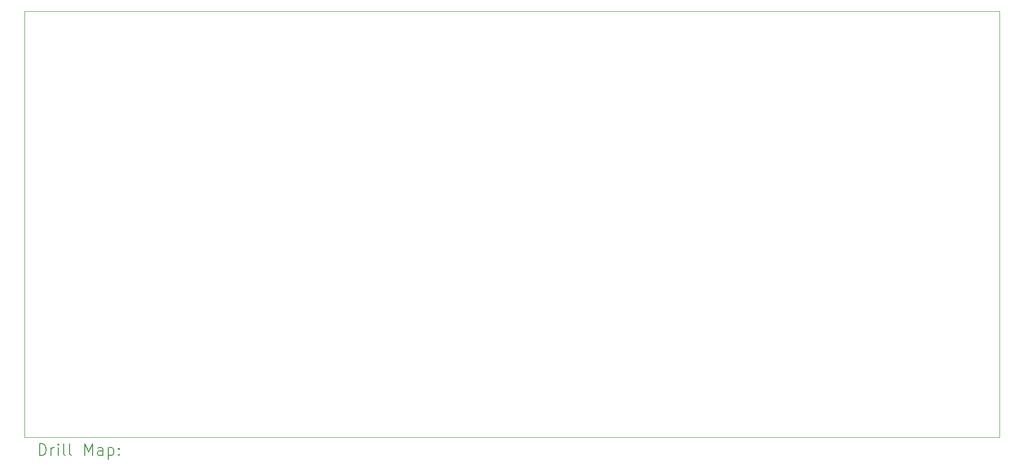
<source format=gbr>
%TF.GenerationSoftware,KiCad,Pcbnew,8.0.0*%
%TF.CreationDate,2025-01-04T20:19:27+01:00*%
%TF.ProjectId,motherbard,6d6f7468-6572-4626-9172-642e6b696361,rev?*%
%TF.SameCoordinates,Original*%
%TF.FileFunction,Drillmap*%
%TF.FilePolarity,Positive*%
%FSLAX45Y45*%
G04 Gerber Fmt 4.5, Leading zero omitted, Abs format (unit mm)*
G04 Created by KiCad (PCBNEW 8.0.0) date 2025-01-04 20:19:27*
%MOMM*%
%LPD*%
G01*
G04 APERTURE LIST*
%ADD10C,0.050000*%
%ADD11C,0.200000*%
G04 APERTURE END LIST*
D10*
X4668000Y-5957000D02*
X21520000Y-5957000D01*
X21520000Y-13324000D01*
X4668000Y-13324000D01*
X4668000Y-5957000D01*
D11*
X4926277Y-13637984D02*
X4926277Y-13437984D01*
X4926277Y-13437984D02*
X4973896Y-13437984D01*
X4973896Y-13437984D02*
X5002467Y-13447508D01*
X5002467Y-13447508D02*
X5021515Y-13466555D01*
X5021515Y-13466555D02*
X5031039Y-13485603D01*
X5031039Y-13485603D02*
X5040563Y-13523698D01*
X5040563Y-13523698D02*
X5040563Y-13552269D01*
X5040563Y-13552269D02*
X5031039Y-13590365D01*
X5031039Y-13590365D02*
X5021515Y-13609412D01*
X5021515Y-13609412D02*
X5002467Y-13628460D01*
X5002467Y-13628460D02*
X4973896Y-13637984D01*
X4973896Y-13637984D02*
X4926277Y-13637984D01*
X5126277Y-13637984D02*
X5126277Y-13504650D01*
X5126277Y-13542746D02*
X5135801Y-13523698D01*
X5135801Y-13523698D02*
X5145324Y-13514174D01*
X5145324Y-13514174D02*
X5164372Y-13504650D01*
X5164372Y-13504650D02*
X5183420Y-13504650D01*
X5250086Y-13637984D02*
X5250086Y-13504650D01*
X5250086Y-13437984D02*
X5240563Y-13447508D01*
X5240563Y-13447508D02*
X5250086Y-13457031D01*
X5250086Y-13457031D02*
X5259610Y-13447508D01*
X5259610Y-13447508D02*
X5250086Y-13437984D01*
X5250086Y-13437984D02*
X5250086Y-13457031D01*
X5373896Y-13637984D02*
X5354848Y-13628460D01*
X5354848Y-13628460D02*
X5345324Y-13609412D01*
X5345324Y-13609412D02*
X5345324Y-13437984D01*
X5478658Y-13637984D02*
X5459610Y-13628460D01*
X5459610Y-13628460D02*
X5450086Y-13609412D01*
X5450086Y-13609412D02*
X5450086Y-13437984D01*
X5707229Y-13637984D02*
X5707229Y-13437984D01*
X5707229Y-13437984D02*
X5773896Y-13580841D01*
X5773896Y-13580841D02*
X5840562Y-13437984D01*
X5840562Y-13437984D02*
X5840562Y-13637984D01*
X6021515Y-13637984D02*
X6021515Y-13533222D01*
X6021515Y-13533222D02*
X6011991Y-13514174D01*
X6011991Y-13514174D02*
X5992943Y-13504650D01*
X5992943Y-13504650D02*
X5954848Y-13504650D01*
X5954848Y-13504650D02*
X5935801Y-13514174D01*
X6021515Y-13628460D02*
X6002467Y-13637984D01*
X6002467Y-13637984D02*
X5954848Y-13637984D01*
X5954848Y-13637984D02*
X5935801Y-13628460D01*
X5935801Y-13628460D02*
X5926277Y-13609412D01*
X5926277Y-13609412D02*
X5926277Y-13590365D01*
X5926277Y-13590365D02*
X5935801Y-13571317D01*
X5935801Y-13571317D02*
X5954848Y-13561793D01*
X5954848Y-13561793D02*
X6002467Y-13561793D01*
X6002467Y-13561793D02*
X6021515Y-13552269D01*
X6116753Y-13504650D02*
X6116753Y-13704650D01*
X6116753Y-13514174D02*
X6135801Y-13504650D01*
X6135801Y-13504650D02*
X6173896Y-13504650D01*
X6173896Y-13504650D02*
X6192943Y-13514174D01*
X6192943Y-13514174D02*
X6202467Y-13523698D01*
X6202467Y-13523698D02*
X6211991Y-13542746D01*
X6211991Y-13542746D02*
X6211991Y-13599888D01*
X6211991Y-13599888D02*
X6202467Y-13618936D01*
X6202467Y-13618936D02*
X6192943Y-13628460D01*
X6192943Y-13628460D02*
X6173896Y-13637984D01*
X6173896Y-13637984D02*
X6135801Y-13637984D01*
X6135801Y-13637984D02*
X6116753Y-13628460D01*
X6297705Y-13618936D02*
X6307229Y-13628460D01*
X6307229Y-13628460D02*
X6297705Y-13637984D01*
X6297705Y-13637984D02*
X6288182Y-13628460D01*
X6288182Y-13628460D02*
X6297705Y-13618936D01*
X6297705Y-13618936D02*
X6297705Y-13637984D01*
X6297705Y-13514174D02*
X6307229Y-13523698D01*
X6307229Y-13523698D02*
X6297705Y-13533222D01*
X6297705Y-13533222D02*
X6288182Y-13523698D01*
X6288182Y-13523698D02*
X6297705Y-13514174D01*
X6297705Y-13514174D02*
X6297705Y-13533222D01*
M02*

</source>
